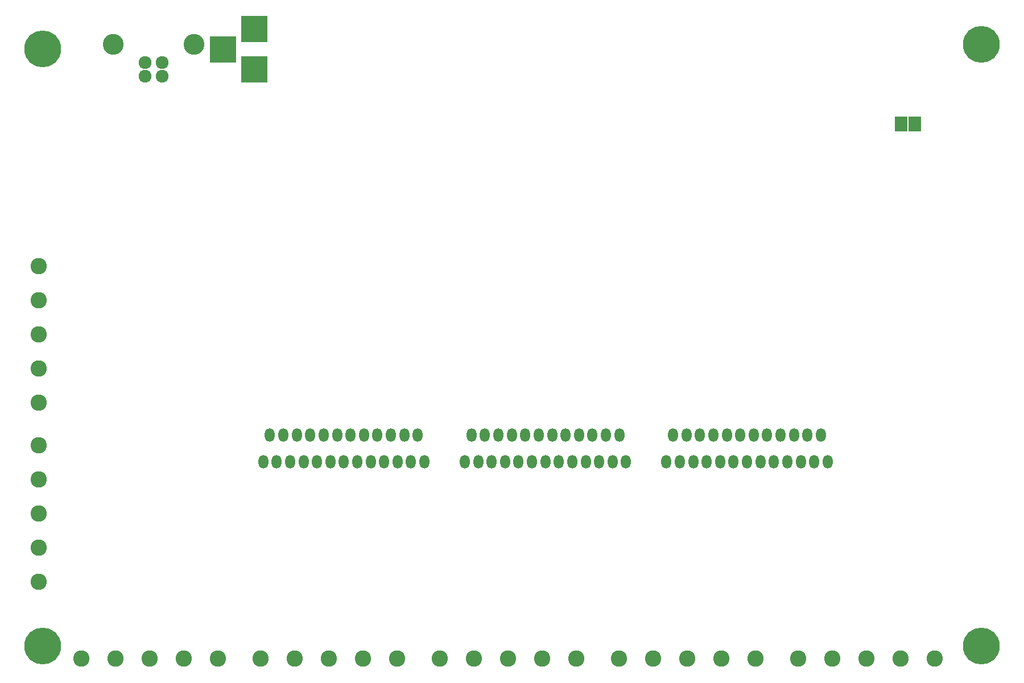
<source format=gbs>
G04 #@! TF.FileFunction,Soldermask,Bot*
%FSLAX46Y46*%
G04 Gerber Fmt 4.6, Leading zero omitted, Abs format (unit mm)*
G04 Created by KiCad (PCBNEW 4.0.2-stable) date Mon Sep  5 15:28:57 2016*
%MOMM*%
G01*
G04 APERTURE LIST*
%ADD10C,0.100000*%
%ADD11O,1.460000X2.000000*%
%ADD12R,1.924000X2.178000*%
%ADD13R,3.900120X3.900120*%
%ADD14C,1.924000*%
%ADD15C,3.100020*%
%ADD16C,5.480000*%
%ADD17C,2.432000*%
G04 APERTURE END LIST*
D10*
D11*
X152365000Y-109125000D03*
X138365000Y-109125000D03*
X139365000Y-105125000D03*
X140365000Y-109125000D03*
X141365000Y-105125000D03*
X142365000Y-109125000D03*
X143365000Y-105125000D03*
X144365000Y-109125000D03*
X145365000Y-105125000D03*
X146365000Y-109125000D03*
X147365000Y-105125000D03*
X148365000Y-109125000D03*
X149365000Y-105125000D03*
X150365000Y-109125000D03*
X151365000Y-105125000D03*
X153365000Y-105125000D03*
X154365000Y-109125000D03*
X155365000Y-105125000D03*
X156365000Y-109125000D03*
X157365000Y-105125000D03*
X158365000Y-109125000D03*
X159365000Y-105125000D03*
X160365000Y-109125000D03*
X161365000Y-105125000D03*
X162365000Y-109125000D03*
D12*
X205359000Y-58803540D03*
X203327000Y-58803540D03*
D13*
X107065000Y-50725140D03*
X107065000Y-44725660D03*
X102366000Y-47725400D03*
D11*
X122365000Y-109125000D03*
X108365000Y-109125000D03*
X109365000Y-105125000D03*
X110365000Y-109125000D03*
X111365000Y-105125000D03*
X112365000Y-109125000D03*
X113365000Y-105125000D03*
X114365000Y-109125000D03*
X115365000Y-105125000D03*
X116365000Y-109125000D03*
X117365000Y-105125000D03*
X118365000Y-109125000D03*
X119365000Y-105125000D03*
X120365000Y-109125000D03*
X121365000Y-105125000D03*
X123365000Y-105125000D03*
X124365000Y-109125000D03*
X125365000Y-105125000D03*
X126365000Y-109125000D03*
X127365000Y-105125000D03*
X128365000Y-109125000D03*
X129365000Y-105125000D03*
X130365000Y-109125000D03*
X131365000Y-105125000D03*
X132365000Y-109125000D03*
X182365000Y-109125000D03*
X168365000Y-109125000D03*
X169365000Y-105125000D03*
X170365000Y-109125000D03*
X171365000Y-105125000D03*
X172365000Y-109125000D03*
X173365000Y-105125000D03*
X174365000Y-109125000D03*
X175365000Y-105125000D03*
X176365000Y-109125000D03*
X177365000Y-105125000D03*
X178365000Y-109125000D03*
X179365000Y-105125000D03*
X180365000Y-109125000D03*
X181365000Y-105125000D03*
X183365000Y-105125000D03*
X184365000Y-109125000D03*
X185365000Y-105125000D03*
X186365000Y-109125000D03*
X187365000Y-105125000D03*
X188365000Y-109125000D03*
X189365000Y-105125000D03*
X190365000Y-109125000D03*
X191365000Y-105125000D03*
X192365000Y-109125000D03*
D14*
X90795000Y-51724000D03*
X93335000Y-51724000D03*
X93335000Y-49725020D03*
X90795000Y-49725020D03*
D15*
X86065520Y-47025000D03*
X98064480Y-47025000D03*
D16*
X215265000Y-47025000D03*
X75565000Y-136525000D03*
X75565000Y-47625000D03*
X215265000Y-136525000D03*
D17*
X107950000Y-138430000D03*
X113030000Y-138430000D03*
X118110000Y-138430000D03*
X123190000Y-138430000D03*
X128270000Y-138430000D03*
X74930000Y-80010000D03*
X74930000Y-85090000D03*
X74930000Y-90170000D03*
X74930000Y-95250000D03*
X74930000Y-100330000D03*
X81280000Y-138430000D03*
X86360000Y-138430000D03*
X91440000Y-138430000D03*
X96520000Y-138430000D03*
X101600000Y-138430000D03*
X74930000Y-106680000D03*
X74930000Y-111760000D03*
X74930000Y-116840000D03*
X74930000Y-121920000D03*
X74930000Y-127000000D03*
X187960000Y-138430000D03*
X193040000Y-138430000D03*
X198120000Y-138430000D03*
X203200000Y-138430000D03*
X208280000Y-138430000D03*
X161290000Y-138430000D03*
X166370000Y-138430000D03*
X171450000Y-138430000D03*
X176530000Y-138430000D03*
X181610000Y-138430000D03*
X134620000Y-138430000D03*
X139700000Y-138430000D03*
X144780000Y-138430000D03*
X149860000Y-138430000D03*
X154940000Y-138430000D03*
M02*

</source>
